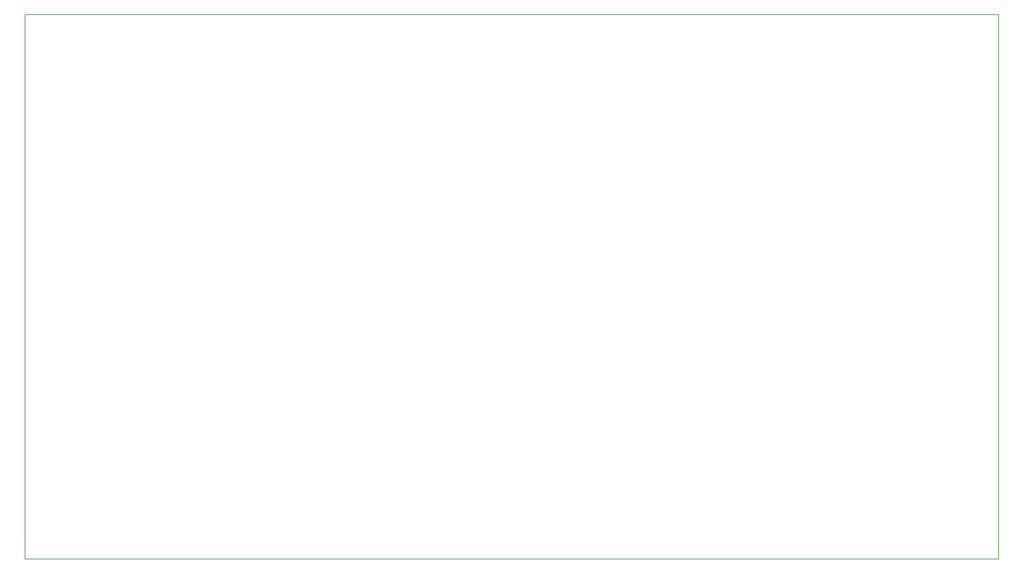
<source format=gm1>
%TF.GenerationSoftware,KiCad,Pcbnew,(5.1.6)-1*%
%TF.CreationDate,2020-11-07T14:41:46+05:30*%
%TF.ProjectId,LT8652,4c543836-3532-42e6-9b69-6361645f7063,rev?*%
%TF.SameCoordinates,Original*%
%TF.FileFunction,Profile,NP*%
%FSLAX46Y46*%
G04 Gerber Fmt 4.6, Leading zero omitted, Abs format (unit mm)*
G04 Created by KiCad (PCBNEW (5.1.6)-1) date 2020-11-07 14:41:46*
%MOMM*%
%LPD*%
G01*
G04 APERTURE LIST*
%TA.AperFunction,Profile*%
%ADD10C,0.100000*%
%TD*%
G04 APERTURE END LIST*
D10*
X228000000Y-76000000D02*
X228000000Y-147000000D01*
X101000000Y-76000000D02*
X228000000Y-76000000D01*
X101000000Y-147000000D02*
X101000000Y-76000000D01*
X228000000Y-147000000D02*
X101000000Y-147000000D01*
M02*

</source>
